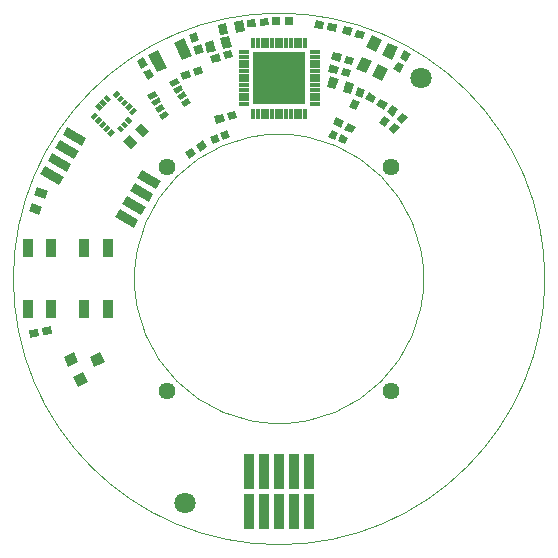
<source format=gts>
G04 #@! TF.FileFunction,Soldermask,Top*
%FSLAX46Y46*%
G04 Gerber Fmt 4.6, Leading zero omitted, Abs format (unit mm)*
G04 Created by KiCad (PCBNEW (2015-09-17 BZR 6202)-product) date 2015 September 30, Wednesday 13:53:37*
%MOMM*%
G01*
G04 APERTURE LIST*
%ADD10C,0.100000*%
%ADD11C,0.010000*%
%ADD12R,0.840000X1.590000*%
%ADD13R,0.740000X0.640000*%
%ADD14C,1.800000*%
%ADD15O,0.960000X0.400000*%
%ADD16O,0.400000X0.960000*%
%ADD17R,4.480000X4.480000*%
%ADD18C,1.440000*%
%ADD19R,0.940000X0.940000*%
%ADD20R,0.940000X2.640000*%
G04 APERTURE END LIST*
D10*
D11*
X45000000Y-22500000D02*
G75*
G03X45000000Y-22500000I-22500000J0D01*
G01*
X34750000Y-22500000D02*
G75*
G03X34750000Y-22500000I-12250000J0D01*
G01*
D12*
X6000000Y-19925000D03*
X6000000Y-25075000D03*
X8000000Y-25075000D03*
X8000000Y-19925000D03*
X1200000Y-19925000D03*
X1200000Y-25075000D03*
X3200000Y-25075000D03*
X3200000Y-19925000D03*
D10*
G36*
X14354929Y-5675360D02*
X14136036Y-5073957D01*
X14831409Y-4820862D01*
X15050302Y-5422265D01*
X14354929Y-5675360D01*
X14354929Y-5675360D01*
G37*
G36*
X15388591Y-5299138D02*
X15169698Y-4697735D01*
X15865071Y-4444640D01*
X16083964Y-5046043D01*
X15388591Y-5299138D01*
X15388591Y-5299138D01*
G37*
D13*
X22250000Y-700000D03*
X23350000Y-700000D03*
D10*
G36*
X16105360Y-3325071D02*
X15503957Y-3543964D01*
X15250862Y-2848591D01*
X15852265Y-2629698D01*
X16105360Y-3325071D01*
X16105360Y-3325071D01*
G37*
G36*
X15729138Y-2291409D02*
X15127735Y-2510302D01*
X14874640Y-1814929D01*
X15476043Y-1596036D01*
X15729138Y-2291409D01*
X15729138Y-2291409D01*
G37*
G36*
X11937128Y-5336743D02*
X11382872Y-5656743D01*
X11012872Y-5015885D01*
X11567128Y-4695885D01*
X11937128Y-5336743D01*
X11937128Y-5336743D01*
G37*
G36*
X11387128Y-4384115D02*
X10832872Y-4704115D01*
X10462872Y-4063257D01*
X11017128Y-3743257D01*
X11387128Y-4384115D01*
X11387128Y-4384115D01*
G37*
G36*
X17194171Y-9347209D02*
X17028526Y-8729017D01*
X17743311Y-8537491D01*
X17908956Y-9155683D01*
X17194171Y-9347209D01*
X17194171Y-9347209D01*
G37*
G36*
X18256689Y-9062509D02*
X18091044Y-8444317D01*
X18805829Y-8252791D01*
X18971474Y-8870983D01*
X18256689Y-9062509D01*
X18256689Y-9062509D01*
G37*
G36*
X27401590Y-924617D02*
X27290455Y-1554894D01*
X26561698Y-1426395D01*
X26672833Y-796118D01*
X27401590Y-924617D01*
X27401590Y-924617D01*
G37*
G36*
X26318302Y-733605D02*
X26207167Y-1363882D01*
X25478410Y-1235383D01*
X25589545Y-605106D01*
X26318302Y-733605D01*
X26318302Y-733605D01*
G37*
G36*
X16854171Y-4207209D02*
X16688526Y-3589017D01*
X17403311Y-3397491D01*
X17568956Y-4015683D01*
X16854171Y-4207209D01*
X16854171Y-4207209D01*
G37*
G36*
X17916689Y-3922509D02*
X17751044Y-3304317D01*
X18465829Y-3112791D01*
X18631474Y-3730983D01*
X17916689Y-3922509D01*
X17916689Y-3922509D01*
G37*
G36*
X28591474Y-4819017D02*
X28425829Y-5437209D01*
X27711044Y-5245683D01*
X27876689Y-4627491D01*
X28591474Y-4819017D01*
X28591474Y-4819017D01*
G37*
G36*
X27528956Y-4534317D02*
X27363311Y-5152509D01*
X26648526Y-4960983D01*
X26814171Y-4342791D01*
X27528956Y-4534317D01*
X27528956Y-4534317D01*
G37*
G36*
X28861474Y-3779017D02*
X28695829Y-4397209D01*
X27981044Y-4205683D01*
X28146689Y-3587491D01*
X28861474Y-3779017D01*
X28861474Y-3779017D01*
G37*
G36*
X27798956Y-3494317D02*
X27633311Y-4112509D01*
X26918526Y-3920983D01*
X27084171Y-3302791D01*
X27798956Y-3494317D01*
X27798956Y-3494317D01*
G37*
G36*
X33082872Y-3143257D02*
X33637128Y-3463257D01*
X33267128Y-4104115D01*
X32712872Y-3784115D01*
X33082872Y-3143257D01*
X33082872Y-3143257D01*
G37*
G36*
X32532872Y-4095885D02*
X33087128Y-4415885D01*
X32717128Y-5056743D01*
X32162872Y-4736743D01*
X32532872Y-4095885D01*
X32532872Y-4095885D01*
G37*
G36*
X29218790Y-6250959D02*
X29798827Y-6521435D01*
X29486090Y-7192103D01*
X28906053Y-6921627D01*
X29218790Y-6250959D01*
X29218790Y-6250959D01*
G37*
G36*
X28753910Y-7247897D02*
X29333947Y-7518373D01*
X29021210Y-8189041D01*
X28441173Y-7918565D01*
X28753910Y-7247897D01*
X28753910Y-7247897D01*
G37*
G36*
X27826640Y-1687036D02*
X28013758Y-1075001D01*
X28721424Y-1291356D01*
X28534306Y-1903391D01*
X27826640Y-1687036D01*
X27826640Y-1687036D01*
G37*
G36*
X28878576Y-2008644D02*
X29065694Y-1396609D01*
X29773360Y-1612964D01*
X29586242Y-2224999D01*
X28878576Y-2008644D01*
X28878576Y-2008644D01*
G37*
G36*
X32035562Y-7782835D02*
X32559819Y-8149924D01*
X32135372Y-8756097D01*
X31611115Y-8389008D01*
X32035562Y-7782835D01*
X32035562Y-7782835D01*
G37*
G36*
X31404628Y-8683903D02*
X31928885Y-9050992D01*
X31504438Y-9657165D01*
X30980181Y-9290076D01*
X31404628Y-8683903D01*
X31404628Y-8683903D01*
G37*
G36*
X32916230Y-8419548D02*
X33406499Y-8830932D01*
X32930836Y-9397804D01*
X32440567Y-8986420D01*
X32916230Y-8419548D01*
X32916230Y-8419548D01*
G37*
G36*
X32209164Y-9262196D02*
X32699433Y-9673580D01*
X32223770Y-10240452D01*
X31733501Y-9829068D01*
X32209164Y-9262196D01*
X32209164Y-9262196D01*
G37*
G36*
X18094058Y-9914854D02*
X18333806Y-10508252D01*
X17740408Y-10748000D01*
X17500660Y-10154602D01*
X18094058Y-9914854D01*
X18094058Y-9914854D01*
G37*
G36*
X17259592Y-10252000D02*
X17499340Y-10845398D01*
X16905942Y-11085146D01*
X16666194Y-10491748D01*
X17259592Y-10252000D01*
X17259592Y-10252000D01*
G37*
G36*
X26666905Y-10464603D02*
X26937380Y-9884566D01*
X27517417Y-10155041D01*
X27246942Y-10735078D01*
X26666905Y-10464603D01*
X26666905Y-10464603D01*
G37*
G36*
X27482583Y-10844959D02*
X27753058Y-10264922D01*
X28333095Y-10535397D01*
X28062620Y-11115434D01*
X27482583Y-10844959D01*
X27482583Y-10844959D01*
G37*
G36*
X19811391Y-1198966D02*
X19755611Y-561401D01*
X20492795Y-496906D01*
X20548575Y-1134471D01*
X19811391Y-1198966D01*
X19811391Y-1198966D01*
G37*
G36*
X20907205Y-1103094D02*
X20851425Y-465529D01*
X21588609Y-401034D01*
X21644389Y-1038599D01*
X20907205Y-1103094D01*
X20907205Y-1103094D01*
G37*
G36*
X17467871Y-1888663D02*
X17304641Y-962944D01*
X18033399Y-834445D01*
X18196629Y-1760164D01*
X17467871Y-1888663D01*
X17467871Y-1888663D01*
G37*
G36*
X18846601Y-1645555D02*
X18683371Y-719836D01*
X19412129Y-591337D01*
X19575359Y-1517056D01*
X18846601Y-1645555D01*
X18846601Y-1645555D01*
G37*
G36*
X29773257Y-7267128D02*
X30093257Y-6712872D01*
X30734115Y-7082872D01*
X30414115Y-7637128D01*
X29773257Y-7267128D01*
X29773257Y-7267128D01*
G37*
G36*
X30725885Y-7817128D02*
X31045885Y-7262872D01*
X31686743Y-7632872D01*
X31366743Y-8187128D01*
X30725885Y-7817128D01*
X30725885Y-7817128D01*
G37*
D14*
X14500000Y-41500000D03*
X34500000Y-5500000D03*
D10*
G36*
X4256854Y-29074589D02*
X5108874Y-28677285D01*
X5506178Y-29529305D01*
X4654158Y-29926609D01*
X4256854Y-29074589D01*
X4256854Y-29074589D01*
G37*
G36*
X5059829Y-30796574D02*
X5911849Y-30399270D01*
X6309153Y-31251290D01*
X5457133Y-31648594D01*
X5059829Y-30796574D01*
X5059829Y-30796574D01*
G37*
G36*
X6470033Y-29090776D02*
X7322053Y-28693472D01*
X7719357Y-29545492D01*
X6867337Y-29942796D01*
X6470033Y-29090776D01*
X6470033Y-29090776D01*
G37*
G36*
X16057293Y-10780558D02*
X16405862Y-11317307D01*
X15785245Y-11720340D01*
X15436676Y-11183591D01*
X16057293Y-10780558D01*
X16057293Y-10780558D01*
G37*
G36*
X15134755Y-11379660D02*
X15483324Y-11916409D01*
X14862707Y-12319442D01*
X14514138Y-11782693D01*
X15134755Y-11379660D01*
X15134755Y-11379660D01*
G37*
G36*
X28969041Y-9598790D02*
X28698565Y-10178827D01*
X28027897Y-9866090D01*
X28298373Y-9286053D01*
X28969041Y-9598790D01*
X28969041Y-9598790D01*
G37*
G36*
X27972103Y-9133910D02*
X27701627Y-9713947D01*
X27030959Y-9401210D01*
X27301435Y-8821173D01*
X27972103Y-9133910D01*
X27972103Y-9133910D01*
G37*
G36*
X3150455Y-26525106D02*
X3261590Y-27155383D01*
X2532833Y-27283882D01*
X2421698Y-26653605D01*
X3150455Y-26525106D01*
X3150455Y-26525106D01*
G37*
G36*
X2067167Y-26716118D02*
X2178302Y-27346395D01*
X1449545Y-27474894D01*
X1338410Y-26844617D01*
X2067167Y-26716118D01*
X2067167Y-26716118D01*
G37*
G36*
X28880660Y-5973374D02*
X28605831Y-6872301D01*
X27898166Y-6655946D01*
X28172995Y-5757019D01*
X28880660Y-5973374D01*
X28880660Y-5973374D01*
G37*
G36*
X27541834Y-5564054D02*
X27267005Y-6462981D01*
X26559340Y-6246626D01*
X26834169Y-5347699D01*
X27541834Y-5564054D01*
X27541834Y-5564054D01*
G37*
D15*
X19500000Y-3300000D03*
X19500000Y-3700000D03*
X19500000Y-4100000D03*
X19500000Y-4500000D03*
X19500000Y-4900000D03*
X19500000Y-5300000D03*
X19500000Y-5700000D03*
X19500000Y-6100000D03*
X19500000Y-6500000D03*
X19500000Y-6900000D03*
X19500000Y-7300000D03*
X19500000Y-7700000D03*
D16*
X20300000Y-8500000D03*
X20700000Y-8500000D03*
X21100000Y-8500000D03*
X21500000Y-8500000D03*
X21900000Y-8500000D03*
X22300000Y-8500000D03*
X22700000Y-8500000D03*
X23100000Y-8500000D03*
X23500000Y-8500000D03*
X23900000Y-8500000D03*
X24300000Y-8500000D03*
X24700000Y-8500000D03*
D15*
X25500000Y-7700000D03*
X25500000Y-7300000D03*
X25500000Y-6900000D03*
X25500000Y-6500000D03*
X25500000Y-6100000D03*
X25500000Y-5700000D03*
X25500000Y-5300000D03*
X25500000Y-4900000D03*
X25500000Y-4500000D03*
X25500000Y-4100000D03*
X25500000Y-3700000D03*
X25500000Y-3300000D03*
D16*
X24700000Y-2500000D03*
X24300000Y-2500000D03*
X23900000Y-2500000D03*
X23500000Y-2500000D03*
X23100000Y-2500000D03*
X22700000Y-2500000D03*
X22300000Y-2500000D03*
X21900000Y-2500000D03*
X21500000Y-2500000D03*
X21100000Y-2500000D03*
X20700000Y-2500000D03*
X20300000Y-2500000D03*
D17*
X22500000Y-5500000D03*
D10*
G36*
X12950792Y-8258359D02*
X13185792Y-8665391D01*
X12562254Y-9025391D01*
X12327254Y-8618359D01*
X12950792Y-8258359D01*
X12950792Y-8258359D01*
G37*
G36*
X12625792Y-7695442D02*
X12860792Y-8102474D01*
X12237254Y-8462474D01*
X12002254Y-8055442D01*
X12625792Y-7695442D01*
X12625792Y-7695442D01*
G37*
G36*
X12300792Y-7132526D02*
X12535792Y-7539558D01*
X11912254Y-7899558D01*
X11677254Y-7492526D01*
X12300792Y-7132526D01*
X12300792Y-7132526D01*
G37*
G36*
X11975792Y-6569609D02*
X12210792Y-6976641D01*
X11587254Y-7336641D01*
X11352254Y-6929609D01*
X11975792Y-6569609D01*
X11975792Y-6569609D01*
G37*
G36*
X13837746Y-5494609D02*
X14072746Y-5901641D01*
X13449208Y-6261641D01*
X13214208Y-5854609D01*
X13837746Y-5494609D01*
X13837746Y-5494609D01*
G37*
G36*
X14162746Y-6057526D02*
X14397746Y-6464558D01*
X13774208Y-6824558D01*
X13539208Y-6417526D01*
X14162746Y-6057526D01*
X14162746Y-6057526D01*
G37*
G36*
X14487746Y-6620442D02*
X14722746Y-7027474D01*
X14099208Y-7387474D01*
X13864208Y-6980442D01*
X14487746Y-6620442D01*
X14487746Y-6620442D01*
G37*
G36*
X14812746Y-7183359D02*
X15047746Y-7590391D01*
X14424208Y-7950391D01*
X14189208Y-7543359D01*
X14812746Y-7183359D01*
X14812746Y-7183359D01*
G37*
G36*
X10179379Y-7959063D02*
X10455151Y-8234835D01*
X10073313Y-8616673D01*
X9797541Y-8340901D01*
X10179379Y-7959063D01*
X10179379Y-7959063D01*
G37*
G36*
X9825825Y-7605510D02*
X10101597Y-7881282D01*
X9719759Y-8263120D01*
X9443987Y-7987348D01*
X9825825Y-7605510D01*
X9825825Y-7605510D01*
G37*
G36*
X9472272Y-7251956D02*
X9748044Y-7527728D01*
X9366206Y-7909566D01*
X9090434Y-7633794D01*
X9472272Y-7251956D01*
X9472272Y-7251956D01*
G37*
G36*
X9118718Y-6898403D02*
X9394490Y-7174175D01*
X9012652Y-7556013D01*
X8736880Y-7280241D01*
X9118718Y-6898403D01*
X9118718Y-6898403D01*
G37*
G36*
X8765165Y-6544849D02*
X9040937Y-6820621D01*
X8659099Y-7202459D01*
X8383327Y-6926687D01*
X8765165Y-6544849D01*
X8765165Y-6544849D01*
G37*
G36*
X7605510Y-7174175D02*
X7881282Y-6898403D01*
X8263120Y-7280241D01*
X7987348Y-7556013D01*
X7605510Y-7174175D01*
X7605510Y-7174175D01*
G37*
G36*
X7251956Y-7527728D02*
X7527728Y-7251956D01*
X7909566Y-7633794D01*
X7633794Y-7909566D01*
X7251956Y-7527728D01*
X7251956Y-7527728D01*
G37*
G36*
X6898403Y-7881282D02*
X7174175Y-7605510D01*
X7556013Y-7987348D01*
X7280241Y-8263120D01*
X6898403Y-7881282D01*
X6898403Y-7881282D01*
G37*
G36*
X6926687Y-8383327D02*
X7202459Y-8659099D01*
X6820621Y-9040937D01*
X6544849Y-8765165D01*
X6926687Y-8383327D01*
X6926687Y-8383327D01*
G37*
G36*
X7280241Y-8736880D02*
X7556013Y-9012652D01*
X7174175Y-9394490D01*
X6898403Y-9118718D01*
X7280241Y-8736880D01*
X7280241Y-8736880D01*
G37*
G36*
X7633794Y-9090434D02*
X7909566Y-9366206D01*
X7527728Y-9748044D01*
X7251956Y-9472272D01*
X7633794Y-9090434D01*
X7633794Y-9090434D01*
G37*
G36*
X7987348Y-9443987D02*
X8263120Y-9719759D01*
X7881282Y-10101597D01*
X7605510Y-9825825D01*
X7987348Y-9443987D01*
X7987348Y-9443987D01*
G37*
G36*
X8340901Y-9797541D02*
X8616673Y-10073313D01*
X8234835Y-10455151D01*
X7959063Y-10179379D01*
X8340901Y-9797541D01*
X8340901Y-9797541D01*
G37*
G36*
X8736880Y-9719759D02*
X9012652Y-9443987D01*
X9394490Y-9825825D01*
X9118718Y-10101597D01*
X8736880Y-9719759D01*
X8736880Y-9719759D01*
G37*
G36*
X9090434Y-9366206D02*
X9366206Y-9090434D01*
X9748044Y-9472272D01*
X9472272Y-9748044D01*
X9090434Y-9366206D01*
X9090434Y-9366206D01*
G37*
G36*
X9443987Y-9012652D02*
X9719759Y-8736880D01*
X10101597Y-9118718D01*
X9825825Y-9394490D01*
X9443987Y-9012652D01*
X9443987Y-9012652D01*
G37*
G36*
X14456987Y-2121055D02*
X15150081Y-3607400D01*
X14298151Y-4004661D01*
X13605057Y-2518316D01*
X14456987Y-2121055D01*
X14456987Y-2121055D01*
G37*
G36*
X12281849Y-3135339D02*
X12974943Y-4621684D01*
X12123013Y-5018945D01*
X11429919Y-3532600D01*
X12281849Y-3135339D01*
X12281849Y-3135339D01*
G37*
G36*
X29882723Y-5104570D02*
X29030794Y-4707309D01*
X29512579Y-3674118D01*
X30364508Y-4071379D01*
X29882723Y-5104570D01*
X29882723Y-5104570D01*
G37*
G36*
X31242185Y-5738497D02*
X30390256Y-5341236D01*
X30872041Y-4308045D01*
X31723970Y-4705306D01*
X31242185Y-5738497D01*
X31242185Y-5738497D01*
G37*
G36*
X32087421Y-3925882D02*
X31235492Y-3528621D01*
X31717277Y-2495430D01*
X32569206Y-2892691D01*
X32087421Y-3925882D01*
X32087421Y-3925882D01*
G37*
G36*
X30727959Y-3291955D02*
X29876030Y-2894694D01*
X30357815Y-1861503D01*
X31209744Y-2258764D01*
X30727959Y-3291955D01*
X30727959Y-3291955D01*
G37*
D18*
X32000000Y-13000000D03*
X13000000Y-32000000D03*
X32000000Y-32000000D03*
X13000000Y-13000000D03*
D10*
G36*
X2024306Y-14733779D02*
X2907617Y-15055278D01*
X2654522Y-15750651D01*
X1771211Y-15429152D01*
X2024306Y-14733779D01*
X2024306Y-14733779D01*
G37*
G36*
X1545478Y-16049349D02*
X2428789Y-16370848D01*
X2175694Y-17066221D01*
X1292383Y-16744722D01*
X1545478Y-16049349D01*
X1545478Y-16049349D01*
G37*
G36*
X9975736Y-11478945D02*
X9311055Y-10814264D01*
X9834314Y-10291005D01*
X10498995Y-10955686D01*
X9975736Y-11478945D01*
X9975736Y-11478945D01*
G37*
G36*
X10965686Y-10488995D02*
X10301005Y-9824314D01*
X10824264Y-9301055D01*
X11488945Y-9965736D01*
X10965686Y-10488995D01*
X10965686Y-10488995D01*
G37*
G36*
X16428104Y-3410921D02*
X16184814Y-2502951D01*
X16899600Y-2311425D01*
X17142890Y-3219395D01*
X16428104Y-3410921D01*
X16428104Y-3410921D01*
G37*
G36*
X17780400Y-3048575D02*
X17537110Y-2140605D01*
X18251896Y-1949079D01*
X18495186Y-2857049D01*
X17780400Y-3048575D01*
X17780400Y-3048575D01*
G37*
G36*
X10592736Y-17492698D02*
X10197736Y-18176858D01*
X8604250Y-17256858D01*
X8999250Y-16572698D01*
X10592736Y-17492698D01*
X10592736Y-17492698D01*
G37*
G36*
X11227736Y-16392846D02*
X10832736Y-17077006D01*
X9239250Y-16157006D01*
X9634250Y-15472846D01*
X11227736Y-16392846D01*
X11227736Y-16392846D01*
G37*
G36*
X11862736Y-15292994D02*
X11467736Y-15977154D01*
X9874250Y-15057154D01*
X10269250Y-14372994D01*
X11862736Y-15292994D01*
X11862736Y-15292994D01*
G37*
G36*
X12497736Y-14193142D02*
X12102736Y-14877302D01*
X10509250Y-13957302D01*
X10904250Y-13273142D01*
X12497736Y-14193142D01*
X12497736Y-14193142D01*
G37*
G36*
X6175750Y-10543142D02*
X5780750Y-11227302D01*
X4187264Y-10307302D01*
X4582264Y-9623142D01*
X6175750Y-10543142D01*
X6175750Y-10543142D01*
G37*
G36*
X5540750Y-11642994D02*
X5145750Y-12327154D01*
X3552264Y-11407154D01*
X3947264Y-10722994D01*
X5540750Y-11642994D01*
X5540750Y-11642994D01*
G37*
G36*
X4905750Y-12742846D02*
X4510750Y-13427006D01*
X2917264Y-12507006D01*
X3312264Y-11822846D01*
X4905750Y-12742846D01*
X4905750Y-12742846D01*
G37*
G36*
X4270750Y-13842698D02*
X3875750Y-14526858D01*
X2282264Y-13606858D01*
X2677264Y-12922698D01*
X4270750Y-13842698D01*
X4270750Y-13842698D01*
G37*
D19*
X19960000Y-41135000D03*
X19960000Y-39865000D03*
X21230000Y-41135000D03*
X21230000Y-39865000D03*
X22500000Y-41135000D03*
X22500000Y-39865000D03*
X23770000Y-41135000D03*
X23770000Y-39865000D03*
X25040000Y-41135000D03*
X25040000Y-39865000D03*
D20*
X19960000Y-42405000D03*
X19960000Y-38595000D03*
X21230000Y-42405000D03*
X21230000Y-38595000D03*
X22500000Y-42405000D03*
X22500000Y-38595000D03*
X23770000Y-42405000D03*
X23770000Y-38595000D03*
X25040000Y-42405000D03*
X25040000Y-38595000D03*
M02*

</source>
